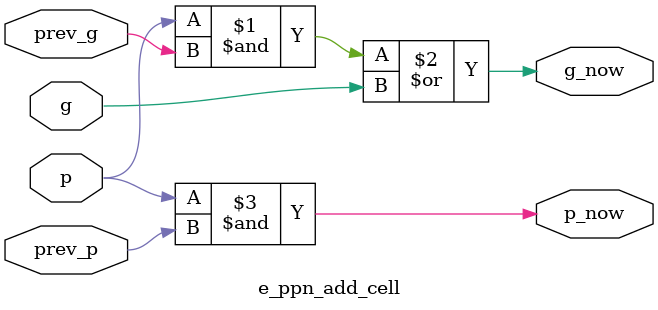
<source format=v>
`timescale 1ns/10ps
module e_ppn_add_cell (
   input wire  p,
   input wire  g,
   input wire  prev_p,
   input wire  prev_g,
   output wire p_now,
   output wire g_now
   );

   assign g_now = (p & prev_g) | g;
   assign p_now = p & prev_p;
endmodule

</source>
